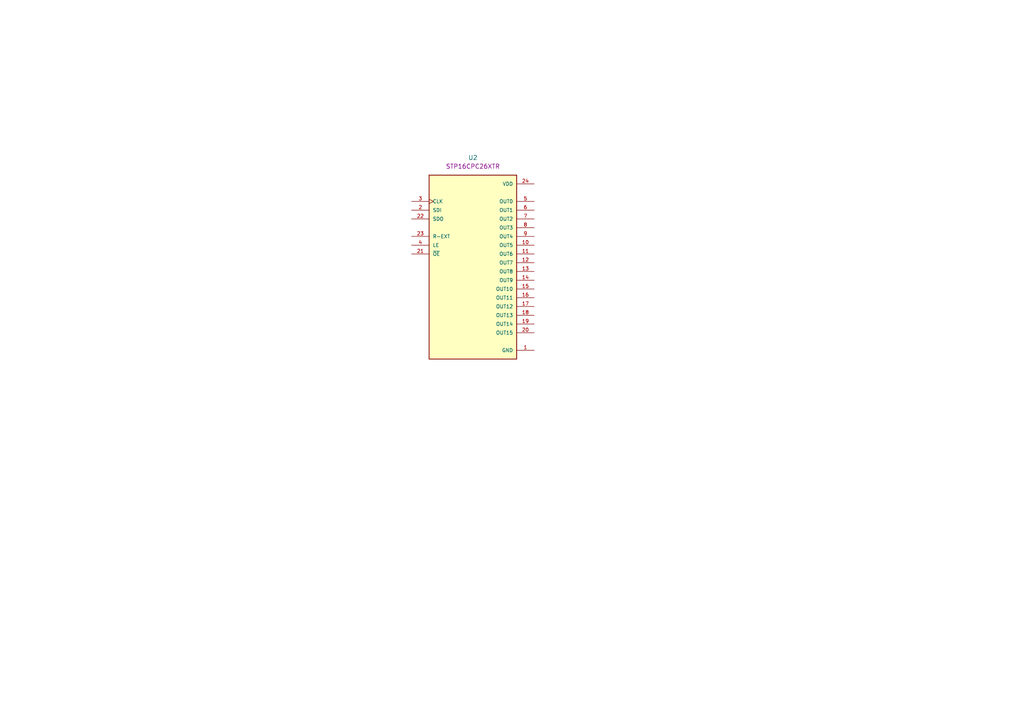
<source format=kicad_sch>
(kicad_sch (version 20230121) (generator eeschema)
  (paper "A4")
  (lib_symbols
    (symbol "AVR-KiCAD-Lib-ICs:STP16CPC26XTR" (pin_names (offset 1.016))
      (property "Reference" "U" (at -2.54 53.34 0))
      (property "_Value_" "STP16CPC26XTR" (at 58.42 116.84 0))
      (symbol "STP16CPC26XTR_0_0"
        (rectangle (start 0 0) (end 25.4 53.34) (stroke (width 0.254)) (fill (type background)))
        (pin power_in line (at 30.48 2.54 180) (length 5.08) (name "GND") (number "1"))
        (pin output line (at 30.48 33.02 180) (length 5.08) (name "OUT5") (number "10"))
        (pin output line (at 30.48 30.48 180) (length 5.08) (name "OUT6") (number "11"))
        (pin output line (at 30.48 27.94 180) (length 5.08) (name "OUT7") (number "12"))
        (pin output line (at 30.48 25.4 180) (length 5.08) (name "OUT8") (number "13"))
        (pin output line (at 30.48 22.86 180) (length 5.08) (name "OUT9") (number "14"))
        (pin output line (at 30.48 20.32 180) (length 5.08) (name "OUT10") (number "15"))
        (pin output line (at 30.48 17.78 180) (length 5.08) (name "OUT11") (number "16"))
        (pin output line (at 30.48 15.24 180) (length 5.08) (name "OUT12") (number "17"))
        (pin output line (at 30.48 12.7 180) (length 5.08) (name "OUT13") (number "18"))
        (pin output line (at 30.48 10.16 180) (length 5.08) (name "OUT14") (number "19"))
        (pin input line (at -5.08 43.18 0) (length 5.08) (name "SDI") (number "2"))
        (pin output line (at 30.48 7.62 180) (length 5.08) (name "OUT15") (number "20"))
        (pin input line (at -5.08 30.48 0) (length 5.08) (name "~{OE}") (number "21"))
        (pin output line (at -5.08 40.64 0) (length 5.08) (name "SDO") (number "22"))
        (pin input line (at -5.08 35.56 0) (length 5.08) (name "R-EXT") (number "23"))
        (pin power_in line (at 30.48 50.8 180) (length 5.08) (name "VDD") (number "24"))
        (pin input clock (at -5.08 45.72 0) (length 5.08) (name "CLK") (number "3"))
        (pin input line (at -5.08 33.02 0) (length 5.08) (name "LE") (number "4"))
        (pin output line (at 30.48 45.72 180) (length 5.08) (name "OUT0") (number "5"))
        (pin output line (at 30.48 43.18 180) (length 5.08) (name "OUT1") (number "6"))
        (pin output line (at 30.48 40.64 180) (length 5.08) (name "OUT2") (number "7"))
        (pin output line (at 30.48 38.1 180) (length 5.08) (name "OUT3") (number "8"))
        (pin output line (at 30.48 35.56 180) (length 5.08) (name "OUT4") (number "9"))
      )
    )
  )
  (symbol (lib_id "AVR-KiCAD-Lib-ICs:STP16CPC26XTR") (at 124.46 104.14 0) (unit 1)
    (property "Reference" "U2" (at 137.16 45.72 0))
    (property "Value" "STP16CPC26XTR" (effects hide))
    (property "Footprint" "AVR-KiCAD-Lib-ICs:SOP63P600X173-24N_STP16CPC26XTR" (effects hide))
    (property "Datasheet" "https://www.st.com/content/ccc/resource/technical/document/datasheet/5c/ed/b3/8b/32/99/4d/cd/CD00298756.pdf/files/CD00298756.pdf/jcr:content/translations/en.CD00298756.pdf" (effects hide))
    (property "Cost QTY: 1" "1.44000" (effects hide))
    (property "Cost QTY: 1000" "0.65413" (effects hide))
    (property "Cost QTY: 2500" "0.61052" (effects hide))
    (property "Cost QTY: 5000" "0.57999" (effects hide))
    (property "Cost QTY: 10000" "*" (effects hide))
    (property "MFR" "STMicroelectronics" (effects hide))
    (property "MFR#" "STP16CPC26XTR" (effects hide))
    (property "Vendor" "Digkey" (effects hide))
    (property "Vendor #" "497-11986-2-ND" (effects hide))
    (property "Designer" "Adam Vadala-Roth" (effects hide))
    (property "Height" "1.2mm" (effects hide))
    (property "Date Created" "8/23/2023" (effects hide))
    (property "Date Modified" "8/23/2023" (effects hide))
    (property "Lead-Free ?" "Yes" (effects hide))
    (property "RoHS Levels" "1" (effects hide))
    (property "Mounting" "SMT" (effects hide))
    (property "Pin Count #" "24" (effects hide))
    (property "Status" "Active" (effects hide))
    (property "Tolerance" "N/A" (effects hide))
    (property "Type" "IC" (effects hide))
    (property "Voltage" "20V/3.3V" (effects hide))
    (property "Package" "TSSOP24" (effects hide))
    (property "Description" "IC LED DRV LIN ANALOG 24TSSOP" (effects hide))
    (property "_Value_" "STP16CPC26XTR" (at 137.16 48.26 0))
    (property "Management_ID" "*" (effects hide))
  )
)
</source>
